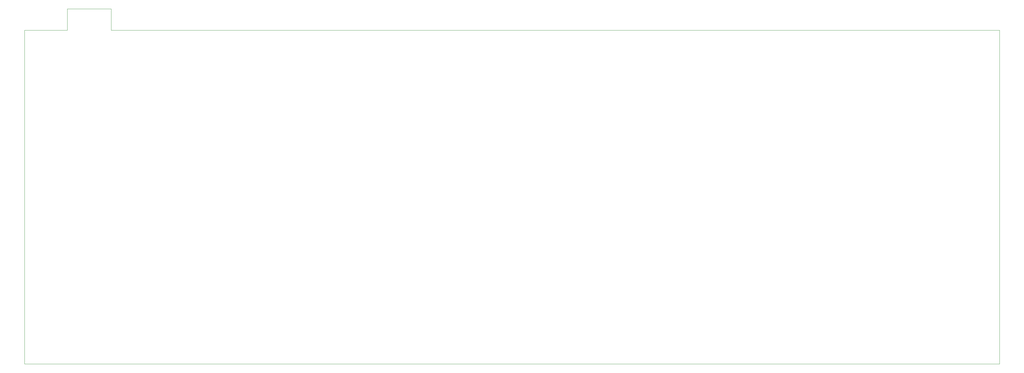
<source format=gbr>
%TF.GenerationSoftware,KiCad,Pcbnew,(6.0.8)*%
%TF.CreationDate,2023-01-01T11:03:00+00:00*%
%TF.ProjectId,USBKB,5553424b-422e-46b6-9963-61645f706362,rev?*%
%TF.SameCoordinates,Original*%
%TF.FileFunction,Profile,NP*%
%FSLAX46Y46*%
G04 Gerber Fmt 4.6, Leading zero omitted, Abs format (unit mm)*
G04 Created by KiCad (PCBNEW (6.0.8)) date 2023-01-01 11:03:00*
%MOMM*%
%LPD*%
G01*
G04 APERTURE LIST*
%TA.AperFunction,Profile*%
%ADD10C,0.100000*%
%TD*%
G04 APERTURE END LIST*
D10*
X47338005Y-21100000D02*
X34338005Y-21100000D01*
X21651002Y-27425000D02*
X21651002Y-126675000D01*
X21651002Y-126675000D02*
X311400002Y-126675000D01*
X311400002Y-126675000D02*
X311404505Y-27425000D01*
X311404505Y-27425000D02*
X47338005Y-27425000D01*
X47338005Y-21100000D02*
X47338005Y-27425000D01*
X34338005Y-21100000D02*
X34338005Y-27425000D01*
X34338005Y-27425000D02*
X21651002Y-27425000D01*
M02*

</source>
